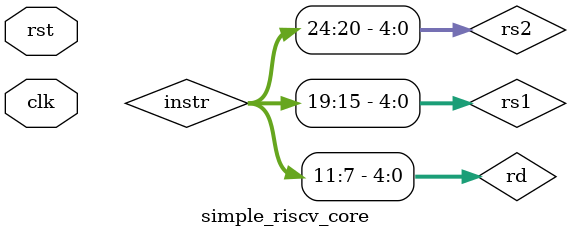
<source format=v>
module simple_riscv_core(
    input clk, 
    input rst
);
    reg [31:0] regfile [0:31];    // 32 registers
    reg [31:0] pc;
    wire [31:0] instr;
    
    // instruction memory (4 instructions)
    reg [31:0] imem [0:3];
    initial begin
        // R-type Instructions (opcode = 0110011)
        imem[0] = 32'b0000000_00010_00001_000_00011_0110011; // add x3, x1, x2
        imem[1] = 32'b0100000_00011_00001_000_00100_0110011; // sub x4, x1, x3
        imem[2] = 32'b0000000_00100_00010_111_00101_0110011; // and x5, x2, x4
        imem[3] = 32'b0000000_00101_00001_110_00110_0110011; // or  x6, x1, x5
    end
    
    assign instr = imem[pc];

    // decode fields
    wire [4:0] rs1    = instr[19:15];
    wire [4:0] rs2    = instr[24:20];
    wire [4:0] rd     = instr[11:7];
    wire [6:0] funct7 = instr[31:25];
    wire [2:0] funct3 = instr[14:12];

    // ALU operations
    reg [31:0] alu;
    always @(*) begin
        case (funct3)
            3'b000: alu = (funct7[5]) ? regfile[rs1] - regfile[rs2] : regfile[rs1] + regfile[rs2]; // ADD/SUB
            3'b111: alu = regfile[rs1] & regfile[rs2]; // AND
            3'b110: alu = regfile[rs1] | regfile[rs2]; // OR
            default: alu = 0;
        endcase
    end

    integer i;
    always @(posedge clk or posedge rst) begin
        if (rst) begin
            pc <= 0;
            for (i = 0; i < 32; i = i + 1) regfile[i] <= 0;
            // preload registers with values
            regfile[1] <= 5;  // x1 = 5
            regfile[2] <= 7;  // x2 = 7
        end else begin
            if (rd != 0) regfile[rd] <= alu;
            pc <= pc + 1;
        end
    end
endmodule

</source>
